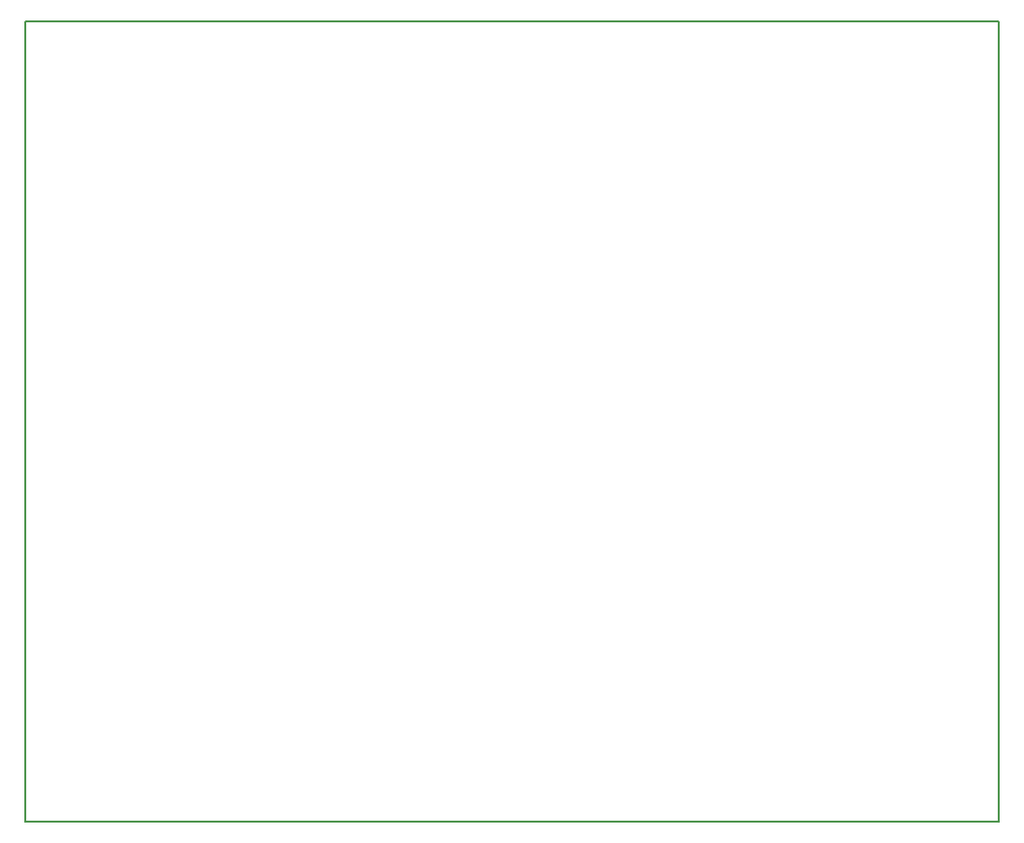
<source format=gm1>
G04 MADE WITH FRITZING*
G04 WWW.FRITZING.ORG*
G04 DOUBLE SIDED*
G04 HOLES PLATED*
G04 CONTOUR ON CENTER OF CONTOUR VECTOR*
%ASAXBY*%
%FSLAX23Y23*%
%MOIN*%
%OFA0B0*%
%SFA1.0B1.0*%
%ADD10R,3.346460X2.755910*%
%ADD11C,0.008000*%
%ADD10C,0.008*%
%LNCONTOUR*%
G90*
G70*
G54D10*
G54D11*
X4Y2752D02*
X3342Y2752D01*
X3342Y4D01*
X4Y4D01*
X4Y2752D01*
D02*
G04 End of contour*
M02*
</source>
